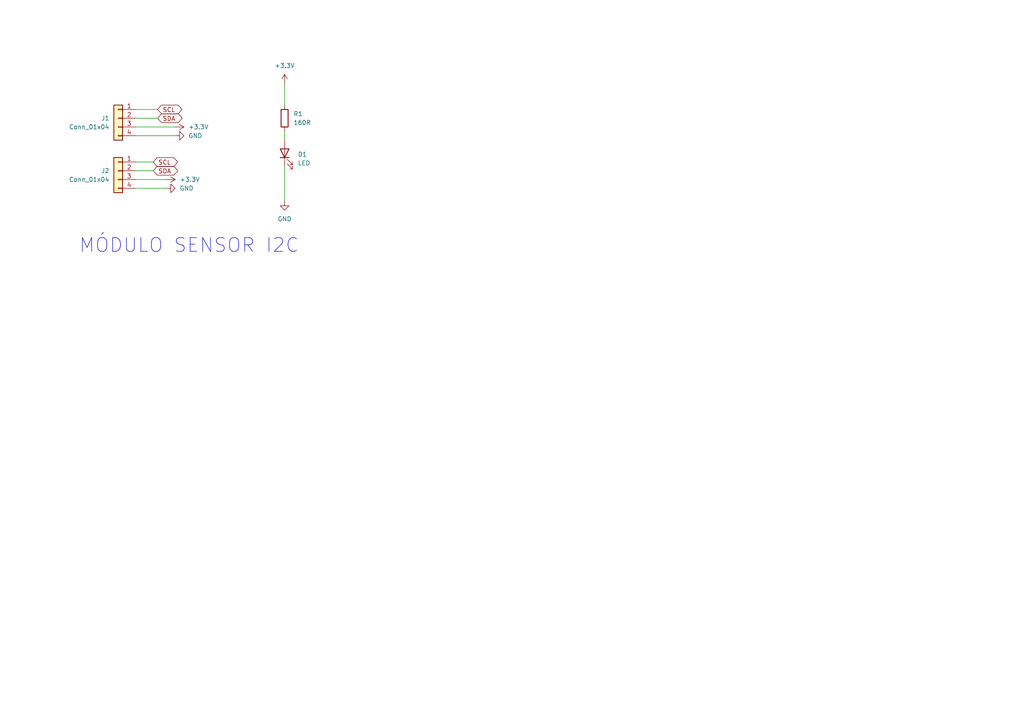
<source format=kicad_sch>
(kicad_sch (version 20230121) (generator eeschema)
  (paper "A4")
  (title_block (title "Projeto exemplo PCB") (rev "v1") (comment 1 "Autor: Daniel Vieira") (comment 2 "Disciplina IE323"))
  (lib_symbols
    (symbol "Connector_Generic:Conn_01x04" (pin_names (offset 1.016) hide)
      (property "Reference" "J" (at 0 5.08 0))
      (property "Value" "Conn_01x04" (at 0 -7.62 0))
      (symbol "Conn_01x04_1_1"
        (rectangle (start -1.27 -4.953) (end 0 -5.207) (stroke (width 0.1524)))
        (rectangle (start -1.27 -2.413) (end 0 -2.667) (stroke (width 0.1524)))
        (rectangle (start -1.27 0.127) (end 0 -0.127) (stroke (width 0.1524)))
        (rectangle (start -1.27 2.667) (end 0 2.413) (stroke (width 0.1524)))
        (rectangle (start -1.27 3.81) (end 1.27 -6.35) (stroke (width 0.254)) (fill (type background)))
        (pin passive line (at -5.08 2.54 0) (length 3.81) (name "Pin_1") (number "1"))
        (pin passive line (at -5.08 0 0) (length 3.81) (name "Pin_2") (number "2"))
        (pin passive line (at -5.08 -2.54 0) (length 3.81) (name "Pin_3") (number "3"))
        (pin passive line (at -5.08 -5.08 0) (length 3.81) (name "Pin_4") (number "4"))
      )
    )
    (symbol "Device:LED" (pin_numbers hide) (pin_names (offset 1.016) hide)
      (property "Reference" "D" (at 0 2.54 0))
      (property "Value" "LED" (at 0 -2.54 0))
      (symbol "LED_0_1"
        (polyline (pts (xy -1.27 -1.27) (xy -1.27 1.27)) (stroke (width 0.254)))
        (polyline (pts (xy -1.27 0) (xy 1.27 0)))
        (polyline (pts (xy 1.27 -1.27) (xy 1.27 1.27) (xy -1.27 0) (xy 1.27 -1.27)) (stroke (width 0.254)))
        (polyline (pts (xy -3.048 -0.762) (xy -4.572 -2.286) (xy -3.81 -2.286) (xy -4.572 -2.286) (xy -4.572 -1.524)))
        (polyline (pts (xy -1.778 -0.762) (xy -3.302 -2.286) (xy -2.54 -2.286) (xy -3.302 -2.286) (xy -3.302 -1.524)))
      )
      (symbol "LED_1_1"
        (pin passive line (at -3.81 0 0) (length 2.54) (name "K") (number "1"))
        (pin passive line (at 3.81 0 180) (length 2.54) (name "A") (number "2"))
      )
    )
    (symbol "Device:R" (pin_numbers hide) (pin_names (offset 0))
      (property "Reference" "R" (at 2.032 0 90))
      (property "Value" "R" (at 0 0 90))
      (symbol "R_0_1"
        (rectangle (start -1.016 -2.54) (end 1.016 2.54) (stroke (width 0.254)))
      )
      (symbol "R_1_1"
        (pin passive line (at 0 3.81 270) (length 1.27) (name "~") (number "1"))
        (pin passive line (at 0 -3.81 90) (length 1.27) (name "~") (number "2"))
      )
    )
    (symbol "power:+3.3V" (power) (pin_names (offset 0))
      (property "Value" "+3.3V" (at 0 3.556 0))
      (symbol "+3.3V_0_1"
        (polyline (pts (xy -0.762 1.27) (xy 0 2.54)))
        (polyline (pts (xy 0 0) (xy 0 2.54)))
        (polyline (pts (xy 0 2.54) (xy 0.762 1.27)))
      )
      (symbol "+3.3V_1_1"
        (pin power_in line (at 0 0 90) (length 0) hide (name "+3.3V") (number "1"))
      )
    )
    (symbol "power:GND" (power) (pin_names (offset 0))
      (property "Value" "GND" (at 0 -3.81 0))
      (symbol "GND_0_1"
        (polyline (pts (xy 0 0) (xy 0 -1.27) (xy 1.27 -1.27) (xy 0 -2.54) (xy -1.27 -1.27) (xy 0 -1.27)))
      )
      (symbol "GND_1_1"
        (pin power_in line (at 0 0 270) (length 0) hide (name "GND") (number "1"))
      )
    )
  )
  (wire (pts (xy 39.37 34.29) (xy 45.72 34.29)))
  (wire (pts (xy 82.55 48.26) (xy 82.55 58.42)))
  (wire (pts (xy 82.55 24.13) (xy 82.55 30.48)))
  (wire (pts (xy 39.37 31.75) (xy 45.72 31.75)))
  (wire (pts (xy 39.37 54.61) (xy 48.26 54.61)))
  (wire (pts (xy 82.55 38.1) (xy 82.55 40.64)))
  (wire (pts (xy 39.37 49.53) (xy 44.45 49.53)))
  (wire (pts (xy 39.37 52.07) (xy 48.26 52.07)))
  (wire (pts (xy 39.37 46.99) (xy 44.45 46.99)))
  (wire (pts (xy 39.37 39.37) (xy 50.8 39.37)))
  (wire (pts (xy 39.37 36.83) (xy 50.8 36.83)))
  (text "MÓDULO SENSOR I2C" (at 22.86 73.66 0) (effects (font (size 4 4)) (justify left bottom)))
  (global_label "SCL" (shape bidirectional) (at 44.45 46.99 0) (property "Intersheetrefs" "${INTERSHEET_REFS}" (effects hide)))
  (global_label "SDA" (shape bidirectional) (at 45.72 34.29 0) (property "Intersheetrefs" "${INTERSHEET_REFS}" (effects hide)))
  (global_label "SDA" (shape bidirectional) (at 44.45 49.53 0) (property "Intersheetrefs" "${INTERSHEET_REFS}" (effects hide)))
  (global_label "SCL" (shape bidirectional) (at 45.72 31.75 0) (property "Intersheetrefs" "${INTERSHEET_REFS}" (effects hide)))
  (symbol (lib_id "power:GND") (at 48.26 54.61 90) (unit 1)
    (property "Reference" "#PWR06" (effects hide))
    (property "Value" "GND" (at 52.07 54.61 90) (effects (justify right)))
  )
  (symbol (lib_id "Connector_Generic:Conn_01x04") (at 34.29 34.29 0) (mirror y) (unit 1)
    (property "Reference" "J1" (at 31.75 34.29 0) (effects (justify left)))
    (property "Value" "Conn_01x04" (at 31.75 36.83 0) (effects (justify left)))
    (property "Footprint" "Connector_PinSocket_2.54mm:PinSocket_1x04_P2.54mm_Vertical" (effects hide))
  )
  (symbol (lib_id "power:+3.3V") (at 50.8 36.83 270) (unit 1)
    (property "Reference" "#PWR03" (effects hide))
    (property "Value" "+3.3V" (at 54.61 36.83 90) (effects (justify left)))
  )
  (symbol (lib_id "Device:LED") (at 82.55 44.45 90) (unit 1)
    (property "Reference" "D1" (at 86.36 44.7675 90) (effects (justify right)))
    (property "Value" "LED" (at 86.36 47.3075 90) (effects (justify right)))
    (property "Footprint" "LED_THT:LED_D5.0mm" (effects hide))
  )
  (symbol (lib_id "Connector_Generic:Conn_01x04") (at 34.29 49.53 0) (mirror y) (unit 1)
    (property "Reference" "J2" (at 31.75 49.53 0) (effects (justify left)))
    (property "Value" "Conn_01x04" (at 31.75 52.07 0) (effects (justify left)))
    (property "Footprint" "Connector_Molex:Molex_KK-254_AE-6410-04A_1x04_P2.54mm_Vertical" (effects hide))
  )
  (symbol (lib_id "power:GND") (at 82.55 58.42 0) (unit 1)
    (property "Reference" "#PWR02" (effects hide))
    (property "Value" "GND" (at 82.55 63.5 0))
  )
  (symbol (lib_id "power:+3.3V") (at 82.55 24.13 0) (unit 1)
    (property "Reference" "#PWR01" (effects hide))
    (property "Value" "+3.3V" (at 82.55 19.05 0))
  )
  (symbol (lib_id "power:+3.3V") (at 48.26 52.07 270) (unit 1)
    (property "Reference" "#PWR05" (effects hide))
    (property "Value" "+3.3V" (at 52.07 52.07 90) (effects (justify left)))
  )
  (symbol (lib_id "power:GND") (at 50.8 39.37 90) (unit 1)
    (property "Reference" "#PWR04" (effects hide))
    (property "Value" "GND" (at 54.61 39.37 90) (effects (justify right)))
  )
  (symbol (lib_id "Device:R") (at 82.55 34.29 0) (unit 1)
    (property "Reference" "R1" (at 85.09 33.02 0) (effects (justify left)))
    (property "Value" "160R" (at 85.09 35.56 0) (effects (justify left)))
    (property "Footprint" "Resistor_THT:R_Axial_DIN0207_L6.3mm_D2.5mm_P10.16mm_Horizontal" (effects hide))
  )
)
</source>
